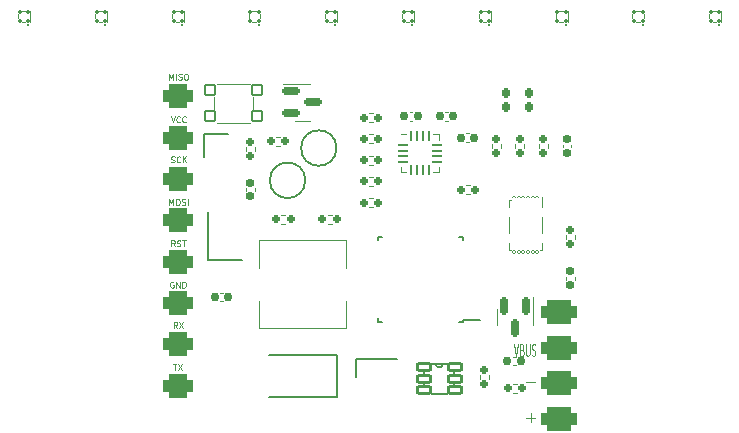
<source format=gto>
G04 #@! TF.GenerationSoftware,KiCad,Pcbnew,(7.0.0)*
G04 #@! TF.CreationDate,2024-02-07T16:47:37+08:00*
G04 #@! TF.ProjectId,revopod1,7265766f-706f-4643-912e-6b696361645f,rev?*
G04 #@! TF.SameCoordinates,Original*
G04 #@! TF.FileFunction,Legend,Top*
G04 #@! TF.FilePolarity,Positive*
%FSLAX46Y46*%
G04 Gerber Fmt 4.6, Leading zero omitted, Abs format (unit mm)*
G04 Created by KiCad (PCBNEW (7.0.0)) date 2024-02-07 16:47:37*
%MOMM*%
%LPD*%
G01*
G04 APERTURE LIST*
G04 Aperture macros list*
%AMRoundRect*
0 Rectangle with rounded corners*
0 $1 Rounding radius*
0 $2 $3 $4 $5 $6 $7 $8 $9 X,Y pos of 4 corners*
0 Add a 4 corners polygon primitive as box body*
4,1,4,$2,$3,$4,$5,$6,$7,$8,$9,$2,$3,0*
0 Add four circle primitives for the rounded corners*
1,1,$1+$1,$2,$3*
1,1,$1+$1,$4,$5*
1,1,$1+$1,$6,$7*
1,1,$1+$1,$8,$9*
0 Add four rect primitives between the rounded corners*
20,1,$1+$1,$2,$3,$4,$5,0*
20,1,$1+$1,$4,$5,$6,$7,0*
20,1,$1+$1,$6,$7,$8,$9,0*
20,1,$1+$1,$8,$9,$2,$3,0*%
%AMOutline5P*
0 Free polygon, 5 corners , with rotation*
0 The origin of the aperture is its center*
0 number of corners: always 5*
0 $1 to $10 corner X, Y*
0 $11 Rotation angle, in degrees counterclockwise*
0 create outline with 5 corners*
4,1,5,$1,$2,$3,$4,$5,$6,$7,$8,$9,$10,$1,$2,$11*%
%AMOutline6P*
0 Free polygon, 6 corners , with rotation*
0 The origin of the aperture is its center*
0 number of corners: always 6*
0 $1 to $12 corner X, Y*
0 $13 Rotation angle, in degrees counterclockwise*
0 create outline with 6 corners*
4,1,6,$1,$2,$3,$4,$5,$6,$7,$8,$9,$10,$11,$12,$1,$2,$13*%
%AMOutline7P*
0 Free polygon, 7 corners , with rotation*
0 The origin of the aperture is its center*
0 number of corners: always 7*
0 $1 to $14 corner X, Y*
0 $15 Rotation angle, in degrees counterclockwise*
0 create outline with 7 corners*
4,1,7,$1,$2,$3,$4,$5,$6,$7,$8,$9,$10,$11,$12,$13,$14,$1,$2,$15*%
%AMOutline8P*
0 Free polygon, 8 corners , with rotation*
0 The origin of the aperture is its center*
0 number of corners: always 8*
0 $1 to $16 corner X, Y*
0 $17 Rotation angle, in degrees counterclockwise*
0 create outline with 8 corners*
4,1,8,$1,$2,$3,$4,$5,$6,$7,$8,$9,$10,$11,$12,$13,$14,$15,$16,$1,$2,$17*%
G04 Aperture macros list end*
%ADD10C,0.100000*%
%ADD11C,0.120000*%
%ADD12C,0.200000*%
%ADD13C,0.127000*%
%ADD14C,0.152400*%
%ADD15C,0.150000*%
%ADD16RoundRect,0.160000X0.160000X-0.222500X0.160000X0.222500X-0.160000X0.222500X-0.160000X-0.222500X0*%
%ADD17RoundRect,0.160000X-0.197500X-0.160000X0.197500X-0.160000X0.197500X0.160000X-0.197500X0.160000X0*%
%ADD18RoundRect,0.160000X0.197500X0.160000X-0.197500X0.160000X-0.197500X-0.160000X0.197500X-0.160000X0*%
%ADD19RoundRect,0.062500X-0.375000X-0.062500X0.375000X-0.062500X0.375000X0.062500X-0.375000X0.062500X0*%
%ADD20RoundRect,0.062500X-0.062500X-0.375000X0.062500X-0.375000X0.062500X0.375000X-0.062500X0.375000X0*%
%ADD21R,1.600000X1.600000*%
%ADD22RoundRect,0.087500X0.087500X-0.087500X0.087500X0.087500X-0.087500X0.087500X-0.087500X-0.087500X0*%
%ADD23RoundRect,0.155000X-0.212500X-0.155000X0.212500X-0.155000X0.212500X0.155000X-0.212500X0.155000X0*%
%ADD24RoundRect,0.500000X-1.000000X-0.500000X1.000000X-0.500000X1.000000X0.500000X-1.000000X0.500000X0*%
%ADD25RoundRect,0.155000X0.212500X0.155000X-0.212500X0.155000X-0.212500X-0.155000X0.212500X-0.155000X0*%
%ADD26RoundRect,0.160000X-0.160000X0.197500X-0.160000X-0.197500X0.160000X-0.197500X0.160000X0.197500X0*%
%ADD27RoundRect,0.102000X-0.550000X-0.300000X0.550000X-0.300000X0.550000X0.300000X-0.550000X0.300000X0*%
%ADD28Outline5P,-0.625000X0.375000X-0.375000X0.625000X0.625000X0.625000X0.625000X-0.625000X-0.625000X-0.625000X0.000000*%
%ADD29C,1.250000*%
%ADD30C,2.200000*%
%ADD31R,1.500000X2.200000*%
%ADD32RoundRect,0.160000X0.160000X-0.197500X0.160000X0.197500X-0.160000X0.197500X-0.160000X-0.197500X0*%
%ADD33RoundRect,0.155000X0.155000X-0.212500X0.155000X0.212500X-0.155000X0.212500X-0.155000X-0.212500X0*%
%ADD34RoundRect,0.500000X-0.750000X-0.500000X0.750000X-0.500000X0.750000X0.500000X-0.750000X0.500000X0*%
%ADD35RoundRect,0.150000X-0.587500X-0.150000X0.587500X-0.150000X0.587500X0.150000X-0.587500X0.150000X0*%
%ADD36RoundRect,0.150000X-0.150000X0.587500X-0.150000X-0.587500X0.150000X-0.587500X0.150000X0.587500X0*%
%ADD37R,0.600000X1.200000*%
%ADD38RoundRect,0.100000X-0.400000X-0.400000X0.400000X-0.400000X0.400000X0.400000X-0.400000X0.400000X0*%
%ADD39R,2.000000X2.400000*%
%ADD40R,0.699000X0.508000*%
%ADD41R,1.600000X0.550000*%
%ADD42R,0.550000X1.600000*%
%ADD43R,1.500000X1.300000*%
%ADD44RoundRect,0.050000X-0.100000X0.100000X-0.100000X-0.100000X0.100000X-0.100000X0.100000X0.100000X0*%
%ADD45O,0.300000X0.950000*%
%ADD46R,0.575000X0.400000*%
%ADD47R,0.675000X0.400000*%
%ADD48R,1.950000X2.600000*%
G04 APERTURE END LIST*
D10*
X131238095Y-133401428D02*
X132000000Y-133401428D01*
X131619047Y-133782380D02*
X131619047Y-133020476D01*
X131238095Y-130401428D02*
X132000000Y-130401428D01*
X101019047Y-115391190D02*
X101019047Y-114891190D01*
X101019047Y-114891190D02*
X101185714Y-115248333D01*
X101185714Y-115248333D02*
X101352380Y-114891190D01*
X101352380Y-114891190D02*
X101352380Y-115391190D01*
X101685714Y-114891190D02*
X101780952Y-114891190D01*
X101780952Y-114891190D02*
X101828571Y-114915000D01*
X101828571Y-114915000D02*
X101876190Y-114962619D01*
X101876190Y-114962619D02*
X101900000Y-115057857D01*
X101900000Y-115057857D02*
X101900000Y-115224523D01*
X101900000Y-115224523D02*
X101876190Y-115319761D01*
X101876190Y-115319761D02*
X101828571Y-115367380D01*
X101828571Y-115367380D02*
X101780952Y-115391190D01*
X101780952Y-115391190D02*
X101685714Y-115391190D01*
X101685714Y-115391190D02*
X101638095Y-115367380D01*
X101638095Y-115367380D02*
X101590476Y-115319761D01*
X101590476Y-115319761D02*
X101566667Y-115224523D01*
X101566667Y-115224523D02*
X101566667Y-115057857D01*
X101566667Y-115057857D02*
X101590476Y-114962619D01*
X101590476Y-114962619D02*
X101638095Y-114915000D01*
X101638095Y-114915000D02*
X101685714Y-114891190D01*
X102090477Y-115367380D02*
X102161905Y-115391190D01*
X102161905Y-115391190D02*
X102280953Y-115391190D01*
X102280953Y-115391190D02*
X102328572Y-115367380D01*
X102328572Y-115367380D02*
X102352381Y-115343571D01*
X102352381Y-115343571D02*
X102376191Y-115295952D01*
X102376191Y-115295952D02*
X102376191Y-115248333D01*
X102376191Y-115248333D02*
X102352381Y-115200714D01*
X102352381Y-115200714D02*
X102328572Y-115176904D01*
X102328572Y-115176904D02*
X102280953Y-115153095D01*
X102280953Y-115153095D02*
X102185715Y-115129285D01*
X102185715Y-115129285D02*
X102138096Y-115105476D01*
X102138096Y-115105476D02*
X102114286Y-115081666D01*
X102114286Y-115081666D02*
X102090477Y-115034047D01*
X102090477Y-115034047D02*
X102090477Y-114986428D01*
X102090477Y-114986428D02*
X102114286Y-114938809D01*
X102114286Y-114938809D02*
X102138096Y-114915000D01*
X102138096Y-114915000D02*
X102185715Y-114891190D01*
X102185715Y-114891190D02*
X102304762Y-114891190D01*
X102304762Y-114891190D02*
X102376191Y-114915000D01*
X102590476Y-115391190D02*
X102590476Y-114891190D01*
X101147619Y-107891190D02*
X101314285Y-108391190D01*
X101314285Y-108391190D02*
X101480952Y-107891190D01*
X101933332Y-108343571D02*
X101909523Y-108367380D01*
X101909523Y-108367380D02*
X101838094Y-108391190D01*
X101838094Y-108391190D02*
X101790475Y-108391190D01*
X101790475Y-108391190D02*
X101719047Y-108367380D01*
X101719047Y-108367380D02*
X101671428Y-108319761D01*
X101671428Y-108319761D02*
X101647618Y-108272142D01*
X101647618Y-108272142D02*
X101623809Y-108176904D01*
X101623809Y-108176904D02*
X101623809Y-108105476D01*
X101623809Y-108105476D02*
X101647618Y-108010238D01*
X101647618Y-108010238D02*
X101671428Y-107962619D01*
X101671428Y-107962619D02*
X101719047Y-107915000D01*
X101719047Y-107915000D02*
X101790475Y-107891190D01*
X101790475Y-107891190D02*
X101838094Y-107891190D01*
X101838094Y-107891190D02*
X101909523Y-107915000D01*
X101909523Y-107915000D02*
X101933332Y-107938809D01*
X102433332Y-108343571D02*
X102409523Y-108367380D01*
X102409523Y-108367380D02*
X102338094Y-108391190D01*
X102338094Y-108391190D02*
X102290475Y-108391190D01*
X102290475Y-108391190D02*
X102219047Y-108367380D01*
X102219047Y-108367380D02*
X102171428Y-108319761D01*
X102171428Y-108319761D02*
X102147618Y-108272142D01*
X102147618Y-108272142D02*
X102123809Y-108176904D01*
X102123809Y-108176904D02*
X102123809Y-108105476D01*
X102123809Y-108105476D02*
X102147618Y-108010238D01*
X102147618Y-108010238D02*
X102171428Y-107962619D01*
X102171428Y-107962619D02*
X102219047Y-107915000D01*
X102219047Y-107915000D02*
X102290475Y-107891190D01*
X102290475Y-107891190D02*
X102338094Y-107891190D01*
X102338094Y-107891190D02*
X102409523Y-107915000D01*
X102409523Y-107915000D02*
X102433332Y-107938809D01*
X101019047Y-104791190D02*
X101019047Y-104291190D01*
X101019047Y-104291190D02*
X101185714Y-104648333D01*
X101185714Y-104648333D02*
X101352380Y-104291190D01*
X101352380Y-104291190D02*
X101352380Y-104791190D01*
X101590476Y-104791190D02*
X101590476Y-104291190D01*
X101804762Y-104767380D02*
X101876190Y-104791190D01*
X101876190Y-104791190D02*
X101995238Y-104791190D01*
X101995238Y-104791190D02*
X102042857Y-104767380D01*
X102042857Y-104767380D02*
X102066666Y-104743571D01*
X102066666Y-104743571D02*
X102090476Y-104695952D01*
X102090476Y-104695952D02*
X102090476Y-104648333D01*
X102090476Y-104648333D02*
X102066666Y-104600714D01*
X102066666Y-104600714D02*
X102042857Y-104576904D01*
X102042857Y-104576904D02*
X101995238Y-104553095D01*
X101995238Y-104553095D02*
X101900000Y-104529285D01*
X101900000Y-104529285D02*
X101852381Y-104505476D01*
X101852381Y-104505476D02*
X101828571Y-104481666D01*
X101828571Y-104481666D02*
X101804762Y-104434047D01*
X101804762Y-104434047D02*
X101804762Y-104386428D01*
X101804762Y-104386428D02*
X101828571Y-104338809D01*
X101828571Y-104338809D02*
X101852381Y-104315000D01*
X101852381Y-104315000D02*
X101900000Y-104291190D01*
X101900000Y-104291190D02*
X102019047Y-104291190D01*
X102019047Y-104291190D02*
X102090476Y-104315000D01*
X102399999Y-104291190D02*
X102495237Y-104291190D01*
X102495237Y-104291190D02*
X102542856Y-104315000D01*
X102542856Y-104315000D02*
X102590475Y-104362619D01*
X102590475Y-104362619D02*
X102614285Y-104457857D01*
X102614285Y-104457857D02*
X102614285Y-104624523D01*
X102614285Y-104624523D02*
X102590475Y-104719761D01*
X102590475Y-104719761D02*
X102542856Y-104767380D01*
X102542856Y-104767380D02*
X102495237Y-104791190D01*
X102495237Y-104791190D02*
X102399999Y-104791190D01*
X102399999Y-104791190D02*
X102352380Y-104767380D01*
X102352380Y-104767380D02*
X102304761Y-104719761D01*
X102304761Y-104719761D02*
X102280952Y-104624523D01*
X102280952Y-104624523D02*
X102280952Y-104457857D01*
X102280952Y-104457857D02*
X102304761Y-104362619D01*
X102304761Y-104362619D02*
X102352380Y-104315000D01*
X102352380Y-104315000D02*
X102399999Y-104291190D01*
X101195238Y-111767380D02*
X101266666Y-111791190D01*
X101266666Y-111791190D02*
X101385714Y-111791190D01*
X101385714Y-111791190D02*
X101433333Y-111767380D01*
X101433333Y-111767380D02*
X101457142Y-111743571D01*
X101457142Y-111743571D02*
X101480952Y-111695952D01*
X101480952Y-111695952D02*
X101480952Y-111648333D01*
X101480952Y-111648333D02*
X101457142Y-111600714D01*
X101457142Y-111600714D02*
X101433333Y-111576904D01*
X101433333Y-111576904D02*
X101385714Y-111553095D01*
X101385714Y-111553095D02*
X101290476Y-111529285D01*
X101290476Y-111529285D02*
X101242857Y-111505476D01*
X101242857Y-111505476D02*
X101219047Y-111481666D01*
X101219047Y-111481666D02*
X101195238Y-111434047D01*
X101195238Y-111434047D02*
X101195238Y-111386428D01*
X101195238Y-111386428D02*
X101219047Y-111338809D01*
X101219047Y-111338809D02*
X101242857Y-111315000D01*
X101242857Y-111315000D02*
X101290476Y-111291190D01*
X101290476Y-111291190D02*
X101409523Y-111291190D01*
X101409523Y-111291190D02*
X101480952Y-111315000D01*
X101980951Y-111743571D02*
X101957142Y-111767380D01*
X101957142Y-111767380D02*
X101885713Y-111791190D01*
X101885713Y-111791190D02*
X101838094Y-111791190D01*
X101838094Y-111791190D02*
X101766666Y-111767380D01*
X101766666Y-111767380D02*
X101719047Y-111719761D01*
X101719047Y-111719761D02*
X101695237Y-111672142D01*
X101695237Y-111672142D02*
X101671428Y-111576904D01*
X101671428Y-111576904D02*
X101671428Y-111505476D01*
X101671428Y-111505476D02*
X101695237Y-111410238D01*
X101695237Y-111410238D02*
X101719047Y-111362619D01*
X101719047Y-111362619D02*
X101766666Y-111315000D01*
X101766666Y-111315000D02*
X101838094Y-111291190D01*
X101838094Y-111291190D02*
X101885713Y-111291190D01*
X101885713Y-111291190D02*
X101957142Y-111315000D01*
X101957142Y-111315000D02*
X101980951Y-111338809D01*
X102195237Y-111791190D02*
X102195237Y-111291190D01*
X102480951Y-111791190D02*
X102266666Y-111505476D01*
X102480951Y-111291190D02*
X102195237Y-111576904D01*
X101504761Y-118891190D02*
X101338095Y-118653095D01*
X101219047Y-118891190D02*
X101219047Y-118391190D01*
X101219047Y-118391190D02*
X101409523Y-118391190D01*
X101409523Y-118391190D02*
X101457142Y-118415000D01*
X101457142Y-118415000D02*
X101480952Y-118438809D01*
X101480952Y-118438809D02*
X101504761Y-118486428D01*
X101504761Y-118486428D02*
X101504761Y-118557857D01*
X101504761Y-118557857D02*
X101480952Y-118605476D01*
X101480952Y-118605476D02*
X101457142Y-118629285D01*
X101457142Y-118629285D02*
X101409523Y-118653095D01*
X101409523Y-118653095D02*
X101219047Y-118653095D01*
X101695238Y-118867380D02*
X101766666Y-118891190D01*
X101766666Y-118891190D02*
X101885714Y-118891190D01*
X101885714Y-118891190D02*
X101933333Y-118867380D01*
X101933333Y-118867380D02*
X101957142Y-118843571D01*
X101957142Y-118843571D02*
X101980952Y-118795952D01*
X101980952Y-118795952D02*
X101980952Y-118748333D01*
X101980952Y-118748333D02*
X101957142Y-118700714D01*
X101957142Y-118700714D02*
X101933333Y-118676904D01*
X101933333Y-118676904D02*
X101885714Y-118653095D01*
X101885714Y-118653095D02*
X101790476Y-118629285D01*
X101790476Y-118629285D02*
X101742857Y-118605476D01*
X101742857Y-118605476D02*
X101719047Y-118581666D01*
X101719047Y-118581666D02*
X101695238Y-118534047D01*
X101695238Y-118534047D02*
X101695238Y-118486428D01*
X101695238Y-118486428D02*
X101719047Y-118438809D01*
X101719047Y-118438809D02*
X101742857Y-118415000D01*
X101742857Y-118415000D02*
X101790476Y-118391190D01*
X101790476Y-118391190D02*
X101909523Y-118391190D01*
X101909523Y-118391190D02*
X101980952Y-118415000D01*
X102123809Y-118391190D02*
X102409523Y-118391190D01*
X102266666Y-118891190D02*
X102266666Y-118391190D01*
X101347619Y-128891190D02*
X101633333Y-128891190D01*
X101490476Y-129391190D02*
X101490476Y-128891190D01*
X101752380Y-128891190D02*
X102085713Y-129391190D01*
X102085713Y-128891190D02*
X101752380Y-129391190D01*
X101704761Y-125791190D02*
X101538095Y-125553095D01*
X101419047Y-125791190D02*
X101419047Y-125291190D01*
X101419047Y-125291190D02*
X101609523Y-125291190D01*
X101609523Y-125291190D02*
X101657142Y-125315000D01*
X101657142Y-125315000D02*
X101680952Y-125338809D01*
X101680952Y-125338809D02*
X101704761Y-125386428D01*
X101704761Y-125386428D02*
X101704761Y-125457857D01*
X101704761Y-125457857D02*
X101680952Y-125505476D01*
X101680952Y-125505476D02*
X101657142Y-125529285D01*
X101657142Y-125529285D02*
X101609523Y-125553095D01*
X101609523Y-125553095D02*
X101419047Y-125553095D01*
X101871428Y-125291190D02*
X102204761Y-125791190D01*
X102204761Y-125291190D02*
X101871428Y-125791190D01*
X101380952Y-121915000D02*
X101333333Y-121891190D01*
X101333333Y-121891190D02*
X101261904Y-121891190D01*
X101261904Y-121891190D02*
X101190476Y-121915000D01*
X101190476Y-121915000D02*
X101142857Y-121962619D01*
X101142857Y-121962619D02*
X101119047Y-122010238D01*
X101119047Y-122010238D02*
X101095238Y-122105476D01*
X101095238Y-122105476D02*
X101095238Y-122176904D01*
X101095238Y-122176904D02*
X101119047Y-122272142D01*
X101119047Y-122272142D02*
X101142857Y-122319761D01*
X101142857Y-122319761D02*
X101190476Y-122367380D01*
X101190476Y-122367380D02*
X101261904Y-122391190D01*
X101261904Y-122391190D02*
X101309523Y-122391190D01*
X101309523Y-122391190D02*
X101380952Y-122367380D01*
X101380952Y-122367380D02*
X101404761Y-122343571D01*
X101404761Y-122343571D02*
X101404761Y-122176904D01*
X101404761Y-122176904D02*
X101309523Y-122176904D01*
X101619047Y-122391190D02*
X101619047Y-121891190D01*
X101619047Y-121891190D02*
X101904761Y-122391190D01*
X101904761Y-122391190D02*
X101904761Y-121891190D01*
X102142857Y-122391190D02*
X102142857Y-121891190D01*
X102142857Y-121891190D02*
X102261905Y-121891190D01*
X102261905Y-121891190D02*
X102333333Y-121915000D01*
X102333333Y-121915000D02*
X102380952Y-121962619D01*
X102380952Y-121962619D02*
X102404762Y-122010238D01*
X102404762Y-122010238D02*
X102428571Y-122105476D01*
X102428571Y-122105476D02*
X102428571Y-122176904D01*
X102428571Y-122176904D02*
X102404762Y-122272142D01*
X102404762Y-122272142D02*
X102380952Y-122319761D01*
X102380952Y-122319761D02*
X102333333Y-122367380D01*
X102333333Y-122367380D02*
X102261905Y-122391190D01*
X102261905Y-122391190D02*
X102142857Y-122391190D01*
X130247619Y-127182380D02*
X130414285Y-128182380D01*
X130414285Y-128182380D02*
X130580952Y-127182380D01*
X130914285Y-127658571D02*
X130985713Y-127706190D01*
X130985713Y-127706190D02*
X131009523Y-127753809D01*
X131009523Y-127753809D02*
X131033332Y-127849047D01*
X131033332Y-127849047D02*
X131033332Y-127991904D01*
X131033332Y-127991904D02*
X131009523Y-128087142D01*
X131009523Y-128087142D02*
X130985713Y-128134761D01*
X130985713Y-128134761D02*
X130938094Y-128182380D01*
X130938094Y-128182380D02*
X130747618Y-128182380D01*
X130747618Y-128182380D02*
X130747618Y-127182380D01*
X130747618Y-127182380D02*
X130914285Y-127182380D01*
X130914285Y-127182380D02*
X130961904Y-127230000D01*
X130961904Y-127230000D02*
X130985713Y-127277619D01*
X130985713Y-127277619D02*
X131009523Y-127372857D01*
X131009523Y-127372857D02*
X131009523Y-127468095D01*
X131009523Y-127468095D02*
X130985713Y-127563333D01*
X130985713Y-127563333D02*
X130961904Y-127610952D01*
X130961904Y-127610952D02*
X130914285Y-127658571D01*
X130914285Y-127658571D02*
X130747618Y-127658571D01*
X131247618Y-127182380D02*
X131247618Y-127991904D01*
X131247618Y-127991904D02*
X131271428Y-128087142D01*
X131271428Y-128087142D02*
X131295237Y-128134761D01*
X131295237Y-128134761D02*
X131342856Y-128182380D01*
X131342856Y-128182380D02*
X131438094Y-128182380D01*
X131438094Y-128182380D02*
X131485713Y-128134761D01*
X131485713Y-128134761D02*
X131509523Y-128087142D01*
X131509523Y-128087142D02*
X131533332Y-127991904D01*
X131533332Y-127991904D02*
X131533332Y-127182380D01*
X131747619Y-128134761D02*
X131819047Y-128182380D01*
X131819047Y-128182380D02*
X131938095Y-128182380D01*
X131938095Y-128182380D02*
X131985714Y-128134761D01*
X131985714Y-128134761D02*
X132009523Y-128087142D01*
X132009523Y-128087142D02*
X132033333Y-127991904D01*
X132033333Y-127991904D02*
X132033333Y-127896666D01*
X132033333Y-127896666D02*
X132009523Y-127801428D01*
X132009523Y-127801428D02*
X131985714Y-127753809D01*
X131985714Y-127753809D02*
X131938095Y-127706190D01*
X131938095Y-127706190D02*
X131842857Y-127658571D01*
X131842857Y-127658571D02*
X131795238Y-127610952D01*
X131795238Y-127610952D02*
X131771428Y-127563333D01*
X131771428Y-127563333D02*
X131747619Y-127468095D01*
X131747619Y-127468095D02*
X131747619Y-127372857D01*
X131747619Y-127372857D02*
X131771428Y-127277619D01*
X131771428Y-127277619D02*
X131795238Y-127230000D01*
X131795238Y-127230000D02*
X131842857Y-127182380D01*
X131842857Y-127182380D02*
X131961904Y-127182380D01*
X131961904Y-127182380D02*
X132033333Y-127230000D01*
X129550000Y-107765000D02*
G75*
G03*
X129550000Y-107765000I-50000J0D01*
G01*
D11*
X117932379Y-107620000D02*
X118267621Y-107620000D01*
X117932379Y-108380000D02*
X118267621Y-108380000D01*
X130470121Y-131280000D02*
X130134879Y-131280000D01*
X130470121Y-130520000D02*
X130134879Y-130520000D01*
X120640000Y-112650000D02*
X120640000Y-112175000D01*
X121115000Y-109430000D02*
X120640000Y-109430000D01*
X121115000Y-112650000D02*
X120640000Y-112650000D01*
X123385000Y-109430000D02*
X123860000Y-109430000D01*
X123385000Y-112650000D02*
X123860000Y-112650000D01*
X123860000Y-109430000D02*
X123860000Y-109905000D01*
X123860000Y-112650000D02*
X123860000Y-112175000D01*
X118267621Y-110180000D02*
X117932379Y-110180000D01*
X118267621Y-109420000D02*
X117932379Y-109420000D01*
D12*
X128100000Y-100100000D02*
X128100000Y-100200000D01*
D11*
X127250000Y-99950000D02*
X128250000Y-99950000D01*
X128250000Y-99950000D02*
X128250000Y-98950000D01*
X128250000Y-98950000D02*
X127250000Y-98950000D01*
X127250000Y-98950000D02*
X127250000Y-99950000D01*
X130116665Y-128240000D02*
X130348335Y-128240000D01*
X130116665Y-128960000D02*
X130348335Y-128960000D01*
X126415835Y-110060000D02*
X126184165Y-110060000D01*
X126415835Y-109340000D02*
X126184165Y-109340000D01*
D12*
X108600000Y-100100000D02*
X108600000Y-100200000D01*
D11*
X107750000Y-99950000D02*
X108750000Y-99950000D01*
X108750000Y-99950000D02*
X108750000Y-98950000D01*
X108750000Y-98950000D02*
X107750000Y-98950000D01*
X107750000Y-98950000D02*
X107750000Y-99950000D01*
X121615835Y-108260000D02*
X121384165Y-108260000D01*
X121615835Y-107540000D02*
X121384165Y-107540000D01*
X108280000Y-110497379D02*
X108280000Y-110832621D01*
X107520000Y-110497379D02*
X107520000Y-110832621D01*
X114767621Y-116980000D02*
X114432379Y-116980000D01*
X114767621Y-116220000D02*
X114432379Y-116220000D01*
D13*
X122630000Y-128830000D02*
X123582500Y-128830000D01*
X122630000Y-131370000D02*
X122630000Y-128830000D01*
X124217500Y-128830000D02*
X123582500Y-128830000D01*
X124217500Y-128830000D02*
X125170000Y-128830000D01*
X125170000Y-128830000D02*
X125170000Y-131370000D01*
X125170000Y-131370000D02*
X122630000Y-131370000D01*
D14*
X123582500Y-128830000D02*
G75*
G03*
X124217500Y-128830000I317500J0D01*
G01*
D11*
X110867621Y-116980000D02*
X110532379Y-116980000D01*
X110867621Y-116220000D02*
X110532379Y-116220000D01*
D12*
X115186852Y-110579254D02*
G75*
G03*
X115186852Y-110579254I-1500001J0D01*
G01*
X112547148Y-113312746D02*
G75*
G03*
X112547148Y-113312746I-1499999J0D01*
G01*
D11*
X108600000Y-118400000D02*
X116000000Y-118400000D01*
X108600000Y-120700000D02*
X108600000Y-118400000D01*
X108600000Y-125800000D02*
X108600000Y-123500000D01*
X116000000Y-118400000D02*
X116000000Y-120700000D01*
X116000000Y-123500000D02*
X116000000Y-125800000D01*
X116000000Y-125800000D02*
X108600000Y-125800000D01*
X127320000Y-130167621D02*
X127320000Y-129832379D01*
X128080000Y-130167621D02*
X128080000Y-129832379D01*
X128330000Y-110567621D02*
X128330000Y-110232379D01*
X129090000Y-110567621D02*
X129090000Y-110232379D01*
X126467621Y-114480000D02*
X126132379Y-114480000D01*
X126467621Y-113720000D02*
X126132379Y-113720000D01*
X107540000Y-114183335D02*
X107540000Y-113951665D01*
X108260000Y-114183335D02*
X108260000Y-113951665D01*
X118280121Y-113777500D02*
X117944879Y-113777500D01*
X118280121Y-113017500D02*
X117944879Y-113017500D01*
X112300000Y-105140000D02*
X110625000Y-105140000D01*
X112300000Y-105140000D02*
X112950000Y-105140000D01*
X112300000Y-108260000D02*
X111650000Y-108260000D01*
X112300000Y-108260000D02*
X112950000Y-108260000D01*
D12*
X95600000Y-100100000D02*
X95600000Y-100200000D01*
D11*
X94750000Y-99950000D02*
X95750000Y-99950000D01*
X95750000Y-99950000D02*
X95750000Y-98950000D01*
X95750000Y-98950000D02*
X94750000Y-98950000D01*
X94750000Y-98950000D02*
X94750000Y-99950000D01*
X131860000Y-124900000D02*
X131860000Y-123225000D01*
X131860000Y-124900000D02*
X131860000Y-125550000D01*
X128740000Y-124900000D02*
X128740000Y-124250000D01*
X128740000Y-124900000D02*
X128740000Y-125550000D01*
D12*
X104300000Y-120100000D02*
X104300000Y-116000000D01*
X104300000Y-120100000D02*
X107200000Y-120100000D01*
X121600000Y-100100000D02*
X121600000Y-100200000D01*
D11*
X120750000Y-99950000D02*
X121750000Y-99950000D01*
X121750000Y-99950000D02*
X121750000Y-98950000D01*
X121750000Y-98950000D02*
X120750000Y-98950000D01*
X120750000Y-98950000D02*
X120750000Y-99950000D01*
X105548335Y-123560000D02*
X105316665Y-123560000D01*
X105548335Y-122840000D02*
X105316665Y-122840000D01*
D10*
X104850000Y-106300000D02*
X104850000Y-107300000D01*
X105100000Y-105150000D02*
X107900000Y-105150000D01*
X105100000Y-108450000D02*
X107900000Y-108450000D01*
X108150000Y-106300000D02*
X108150000Y-107300000D01*
D12*
X141100000Y-100100000D02*
X141100000Y-100200000D01*
D11*
X140250000Y-99950000D02*
X141250000Y-99950000D01*
X141250000Y-99950000D02*
X141250000Y-98950000D01*
X141250000Y-98950000D02*
X140250000Y-98950000D01*
X140250000Y-98950000D02*
X140250000Y-99950000D01*
X134350000Y-110515835D02*
X134350000Y-110284165D01*
X135070000Y-110515835D02*
X135070000Y-110284165D01*
D10*
X131550000Y-107765000D02*
G75*
G03*
X131550000Y-107765000I-50000J0D01*
G01*
D12*
X89100000Y-100100000D02*
X89100000Y-100200000D01*
D11*
X88250000Y-99950000D02*
X89250000Y-99950000D01*
X89250000Y-99950000D02*
X89250000Y-98950000D01*
X89250000Y-98950000D02*
X88250000Y-98950000D01*
X88250000Y-98950000D02*
X88250000Y-99950000D01*
X110367621Y-110380000D02*
X110032379Y-110380000D01*
X110367621Y-109620000D02*
X110032379Y-109620000D01*
X118267621Y-115580000D02*
X117932379Y-115580000D01*
X118267621Y-114820000D02*
X117932379Y-114820000D01*
D12*
X115250000Y-131700000D02*
X115250000Y-128100000D01*
X115250000Y-128100000D02*
X109500000Y-128100000D01*
X109500000Y-131700000D02*
X115250000Y-131700000D01*
D11*
X130320000Y-110567621D02*
X130320000Y-110232379D01*
X131080000Y-110567621D02*
X131080000Y-110232379D01*
X132310000Y-110567621D02*
X132310000Y-110232379D01*
X133070000Y-110567621D02*
X133070000Y-110232379D01*
D12*
X102100000Y-100100000D02*
X102100000Y-100200000D01*
D11*
X101250000Y-99950000D02*
X102250000Y-99950000D01*
X102250000Y-99950000D02*
X102250000Y-98950000D01*
X102250000Y-98950000D02*
X101250000Y-98950000D01*
X101250000Y-98950000D02*
X101250000Y-99950000D01*
D12*
X134600000Y-100100000D02*
X134600000Y-100200000D01*
D11*
X133750000Y-99950000D02*
X134750000Y-99950000D01*
X134750000Y-99950000D02*
X134750000Y-98950000D01*
X134750000Y-98950000D02*
X133750000Y-98950000D01*
X133750000Y-98950000D02*
X133750000Y-99950000D01*
X134620000Y-118267621D02*
X134620000Y-117932379D01*
X135380000Y-118267621D02*
X135380000Y-117932379D01*
D12*
X116850000Y-128472500D02*
X120350000Y-128472500D01*
X116850000Y-128472500D02*
X116850000Y-129972500D01*
D15*
X125925000Y-125325000D02*
X125925000Y-125100000D01*
X125925000Y-125325000D02*
X125600000Y-125325000D01*
X125925000Y-125100000D02*
X127350000Y-125100000D01*
X125925000Y-118075000D02*
X125925000Y-118400000D01*
X125925000Y-118075000D02*
X125600000Y-118075000D01*
X118675000Y-125325000D02*
X119000000Y-125325000D01*
X118675000Y-125325000D02*
X118675000Y-125000000D01*
X118675000Y-118075000D02*
X119000000Y-118075000D01*
X118675000Y-118075000D02*
X118675000Y-118400000D01*
D12*
X106000000Y-109350000D02*
X104000000Y-109350000D01*
X104000000Y-109350000D02*
X104000000Y-111350000D01*
D11*
X124615835Y-108260000D02*
X124384165Y-108260000D01*
X124615835Y-107540000D02*
X124384165Y-107540000D01*
D12*
X115100000Y-100100000D02*
X115100000Y-100200000D01*
D11*
X114250000Y-99950000D02*
X115250000Y-99950000D01*
X115250000Y-99950000D02*
X115250000Y-98950000D01*
X115250000Y-98950000D02*
X114250000Y-98950000D01*
X114250000Y-98950000D02*
X114250000Y-99950000D01*
X129800000Y-115000000D02*
X129950000Y-115000000D01*
X132597393Y-115599299D02*
X132597393Y-114699299D01*
X129800000Y-115600000D02*
X129800000Y-115000000D01*
X132600000Y-117800000D02*
X132600000Y-116400000D01*
X129800000Y-117800000D02*
X129800000Y-116400000D01*
X132600000Y-118600000D02*
X132600000Y-119200000D01*
X132600000Y-119200000D02*
X132450000Y-119200000D01*
X129800000Y-119200000D02*
X129800000Y-118600000D01*
X129800000Y-119200000D02*
X129950000Y-119200000D01*
X134640000Y-121713335D02*
X134640000Y-121481665D01*
X135360000Y-121713335D02*
X135360000Y-121481665D01*
X118280121Y-111977500D02*
X117944879Y-111977500D01*
X118280121Y-111217500D02*
X117944879Y-111217500D01*
D12*
X147600000Y-100100000D02*
X147600000Y-100200000D01*
D11*
X146750000Y-99950000D02*
X147750000Y-99950000D01*
X147750000Y-99950000D02*
X147750000Y-98950000D01*
X147750000Y-98950000D02*
X146750000Y-98950000D01*
X146750000Y-98950000D02*
X146750000Y-99950000D01*
%LPC*%
D16*
X129500000Y-107072500D03*
X129500000Y-105927500D03*
D17*
X117502500Y-108000000D03*
X118697500Y-108000000D03*
D18*
X130900000Y-130900000D03*
X129705000Y-130900000D03*
D19*
X120812500Y-110290000D03*
X120812500Y-110790000D03*
X120812500Y-111290000D03*
X120812500Y-111790000D03*
D20*
X121500000Y-112477500D03*
X122000000Y-112477500D03*
X122500000Y-112477500D03*
X123000000Y-112477500D03*
D19*
X123687500Y-111790000D03*
X123687500Y-111290000D03*
X123687500Y-110790000D03*
X123687500Y-110290000D03*
D20*
X123000000Y-109602500D03*
X122500000Y-109602500D03*
X122000000Y-109602500D03*
X121500000Y-109602500D03*
D21*
X122249999Y-111039999D03*
D18*
X118697500Y-109800000D03*
X117502500Y-109800000D03*
D22*
X127400000Y-99800000D03*
X127400000Y-99100000D03*
X128100000Y-99800000D03*
X128100000Y-99100000D03*
D23*
X129665000Y-128600000D03*
X130800000Y-128600000D03*
D24*
X134000000Y-133500000D03*
X134000000Y-130500000D03*
D25*
X126867500Y-109700000D03*
X125732500Y-109700000D03*
D22*
X107900000Y-99800000D03*
X107900000Y-99100000D03*
X108600000Y-99800000D03*
X108600000Y-99100000D03*
D25*
X122067500Y-107900000D03*
X120932500Y-107900000D03*
D26*
X107900000Y-110067500D03*
X107900000Y-111262500D03*
D18*
X115197500Y-116600000D03*
X114002500Y-116600000D03*
D27*
X122600000Y-129150000D03*
X122600000Y-130100000D03*
X122600000Y-131050000D03*
X125200000Y-131050000D03*
X125200000Y-130100000D03*
X125200000Y-129150000D03*
D28*
X115999999Y-105999999D03*
D29*
X118000000Y-106000000D03*
X120000000Y-106000000D03*
D18*
X111297500Y-116600000D03*
X110102500Y-116600000D03*
D30*
X113682683Y-110583570D03*
X111051317Y-113308430D03*
D31*
X109099999Y-122099999D03*
X115499999Y-122099999D03*
D32*
X127700000Y-130597500D03*
X127700000Y-129402500D03*
X128710000Y-110997500D03*
X128710000Y-109802500D03*
D18*
X126897500Y-114100000D03*
X125702500Y-114100000D03*
D33*
X107900000Y-114635000D03*
X107900000Y-113500000D03*
D34*
X101800000Y-106200000D03*
X101800000Y-109700000D03*
X101800000Y-113200000D03*
X101800000Y-116700000D03*
X101800000Y-120200000D03*
X101800000Y-123700000D03*
X101800000Y-127200000D03*
X101800000Y-130700000D03*
D18*
X118710000Y-113397500D03*
X117515000Y-113397500D03*
D35*
X111362500Y-105750000D03*
X111362500Y-107650000D03*
X113237500Y-106700000D03*
D22*
X94900000Y-99800000D03*
X94900000Y-99100000D03*
X95600000Y-99800000D03*
X95600000Y-99100000D03*
D36*
X131250000Y-123962500D03*
X129350000Y-123962500D03*
X130300000Y-125837500D03*
D37*
X104849999Y-119199999D03*
X105799999Y-119199999D03*
X106749999Y-119199999D03*
X106749999Y-116599999D03*
X105799999Y-116599999D03*
X104849999Y-116599999D03*
D22*
X120900000Y-99800000D03*
X120900000Y-99100000D03*
X121600000Y-99800000D03*
X121600000Y-99100000D03*
D25*
X106000000Y-123200000D03*
X104865000Y-123200000D03*
D38*
X104500000Y-105700000D03*
X108500000Y-105700000D03*
X104500000Y-107900000D03*
X108500000Y-107900000D03*
D22*
X140400000Y-99800000D03*
X140400000Y-99100000D03*
X141100000Y-99800000D03*
X141100000Y-99100000D03*
D24*
X134000000Y-127500000D03*
X134000000Y-124500000D03*
D33*
X134710000Y-110967500D03*
X134710000Y-109832500D03*
D16*
X131500000Y-107072500D03*
X131500000Y-105927500D03*
D22*
X88400000Y-99800000D03*
X88400000Y-99100000D03*
X89100000Y-99800000D03*
X89100000Y-99100000D03*
D18*
X110797500Y-110000000D03*
X109602500Y-110000000D03*
X118697500Y-115200000D03*
X117502500Y-115200000D03*
D39*
X114049999Y-129899999D03*
X110349999Y-129899999D03*
D32*
X130700000Y-110997500D03*
X130700000Y-109802500D03*
X132690000Y-110997500D03*
X132690000Y-109802500D03*
D22*
X101400000Y-99800000D03*
X101400000Y-99100000D03*
X102100000Y-99800000D03*
X102100000Y-99100000D03*
X133900000Y-99800000D03*
X133900000Y-99100000D03*
X134600000Y-99800000D03*
X134600000Y-99100000D03*
D32*
X135000000Y-118697500D03*
X135000000Y-117502500D03*
D40*
X117437499Y-128971499D03*
X117437499Y-129972499D03*
X117437499Y-130973499D03*
X119762499Y-130973499D03*
X119762499Y-129972499D03*
X119762499Y-128971499D03*
D41*
X126549999Y-124499999D03*
X126549999Y-123699999D03*
X126549999Y-122899999D03*
X126549999Y-122099999D03*
X126549999Y-121299999D03*
X126549999Y-120499999D03*
X126549999Y-119699999D03*
X126549999Y-118899999D03*
D42*
X125099999Y-117449999D03*
X124299999Y-117449999D03*
X123499999Y-117449999D03*
X122699999Y-117449999D03*
X121899999Y-117449999D03*
X121099999Y-117449999D03*
X120299999Y-117449999D03*
X119499999Y-117449999D03*
D41*
X118049999Y-118899999D03*
X118049999Y-119699999D03*
X118049999Y-120499999D03*
X118049999Y-121299999D03*
X118049999Y-122099999D03*
X118049999Y-122899999D03*
X118049999Y-123699999D03*
X118049999Y-124499999D03*
D42*
X119499999Y-125949999D03*
X120299999Y-125949999D03*
X121099999Y-125949999D03*
X121899999Y-125949999D03*
X122699999Y-125949999D03*
X123499999Y-125949999D03*
X124299999Y-125949999D03*
X125099999Y-125949999D03*
D43*
X104999999Y-110249999D03*
X104999999Y-114349999D03*
D25*
X125067500Y-107900000D03*
X123932500Y-107900000D03*
D22*
X114400000Y-99800000D03*
X114400000Y-99100000D03*
X115100000Y-99800000D03*
X115100000Y-99100000D03*
D44*
X132200000Y-114800000D03*
D45*
X132199999Y-115124999D03*
D44*
X131800000Y-114800000D03*
D45*
X131799999Y-115124999D03*
D44*
X131400000Y-114800000D03*
D45*
X131399999Y-115124999D03*
D44*
X131000000Y-114800000D03*
D45*
X130999999Y-115124999D03*
D44*
X130600000Y-114800000D03*
D45*
X130599999Y-115124999D03*
D44*
X130200000Y-114800000D03*
D45*
X130199999Y-115124999D03*
X130199999Y-119074999D03*
D44*
X130200000Y-119400000D03*
D45*
X130599999Y-119074999D03*
D44*
X130600000Y-119400000D03*
D45*
X130999999Y-119074999D03*
D44*
X131000000Y-119400000D03*
D45*
X131399999Y-119074999D03*
D44*
X131400000Y-119400000D03*
D45*
X131799999Y-119074999D03*
D44*
X131800000Y-119400000D03*
D45*
X132199999Y-119074999D03*
D44*
X132200000Y-119400000D03*
D46*
X132564999Y-115999999D03*
D47*
X132512499Y-115999999D03*
X129887499Y-115999999D03*
D46*
X129834999Y-115999999D03*
D48*
X131199999Y-117099999D03*
X131199999Y-117099999D03*
D46*
X132564999Y-118199999D03*
D47*
X132512499Y-118199999D03*
X129887499Y-118199999D03*
D46*
X129834999Y-118199999D03*
D33*
X135000000Y-122165000D03*
X135000000Y-121030000D03*
D18*
X118710000Y-111597500D03*
X117515000Y-111597500D03*
D22*
X146900000Y-99800000D03*
X146900000Y-99100000D03*
X147600000Y-99800000D03*
X147600000Y-99100000D03*
M02*

</source>
